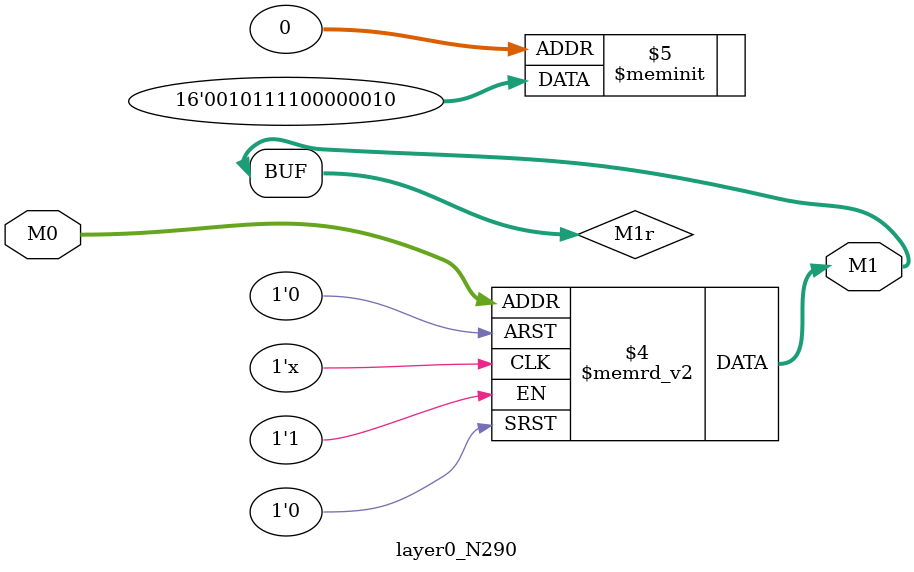
<source format=v>
module layer0_N290 ( input [2:0] M0, output [1:0] M1 );

	(*rom_style = "distributed" *) reg [1:0] M1r;
	assign M1 = M1r;
	always @ (M0) begin
		case (M0)
			3'b000: M1r = 2'b10;
			3'b100: M1r = 2'b11;
			3'b010: M1r = 2'b00;
			3'b110: M1r = 2'b10;
			3'b001: M1r = 2'b00;
			3'b101: M1r = 2'b11;
			3'b011: M1r = 2'b00;
			3'b111: M1r = 2'b00;

		endcase
	end
endmodule

</source>
